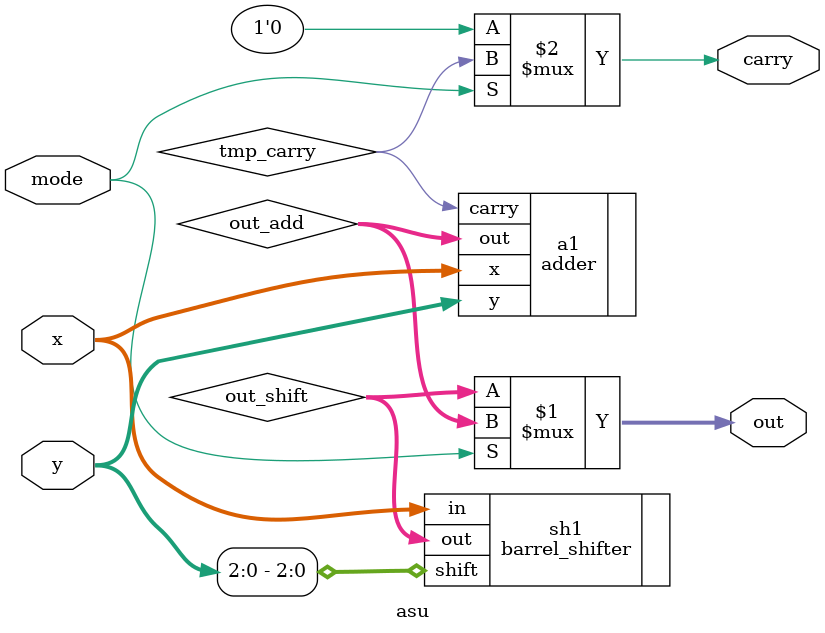
<source format=v>
module asu (x, y, mode, carry, out);
input [7:0] x, y;
input mode;
output carry;
output [7:0] out;

/*Write your code here*/

wire [7:0] out_add, out_shift;
wire tmp_carry;
barrel_shifter sh1 ( .out(out_shift), .in(x), .shift(y[2:0]) );
adder a1 ( .out(out_add), .carry(tmp_carry), .x(x), .y(y) );

assign out = mode? out_add : out_shift;
assign carry = mode? tmp_carry : 1'b0;

/*End of code*/

endmodule

</source>
